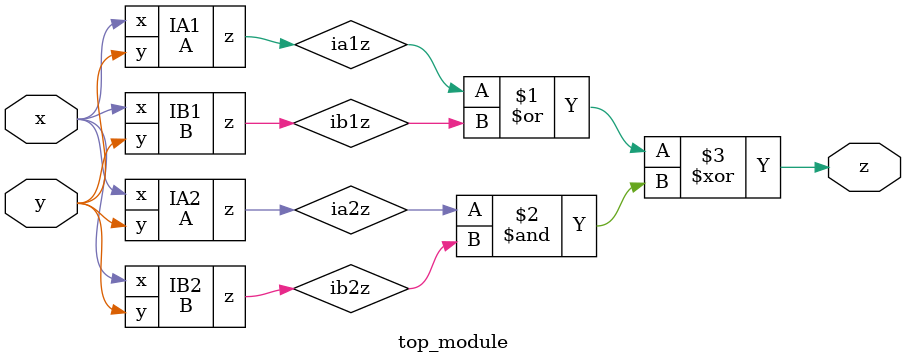
<source format=v>
module A(input x, input y, output z);

   assign z = (x ^ y) & x;

endmodule

module B(input x, input y, output z);

   assign z = ~(x ^ y);

endmodule

module top_module (input x, input y, output z);

   wire ia1z, ib1z, ia2z, ib2z;

   A IA1(x, y, ia1z);
   B IB1(x, y, ib1z);
   A IA2(x, y, ia2z);
   B IB2(x, y, ib2z);

   assign z = (ia1z | ib1z) ^ (ia2z & ib2z);

endmodule

</source>
